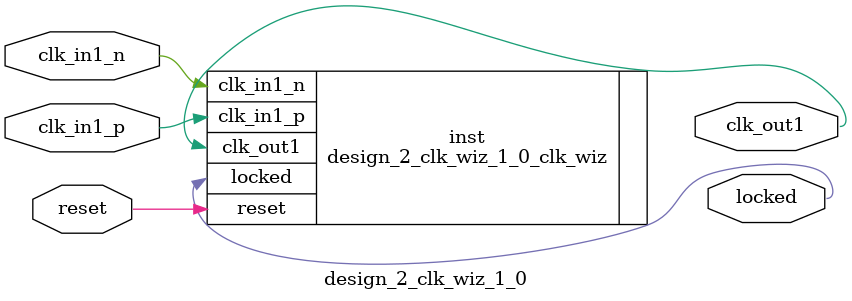
<source format=v>


`timescale 1ps/1ps

(* CORE_GENERATION_INFO = "design_2_clk_wiz_1_0,clk_wiz_v6_0_10_0_0,{component_name=design_2_clk_wiz_1_0,use_phase_alignment=true,use_min_o_jitter=false,use_max_i_jitter=false,use_dyn_phase_shift=false,use_inclk_switchover=false,use_dyn_reconfig=false,enable_axi=0,feedback_source=FDBK_AUTO,PRIMITIVE=MMCM,num_out_clk=1,clkin1_period=5.000,clkin2_period=10.0,use_power_down=false,use_reset=true,use_locked=true,use_inclk_stopped=false,feedback_type=SINGLE,CLOCK_MGR_TYPE=NA,manual_override=false}" *)

module design_2_clk_wiz_1_0 
 (
  // Clock out ports
  output        clk_out1,
  // Status and control signals
  input         reset,
  output        locked,
 // Clock in ports
  input         clk_in1_p,
  input         clk_in1_n
 );

  design_2_clk_wiz_1_0_clk_wiz inst
  (
  // Clock out ports  
  .clk_out1(clk_out1),
  // Status and control signals               
  .reset(reset), 
  .locked(locked),
 // Clock in ports
  .clk_in1_p(clk_in1_p),
  .clk_in1_n(clk_in1_n)
  );

endmodule

</source>
